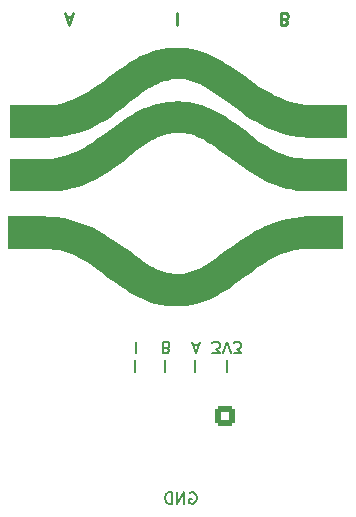
<source format=gbr>
%TF.GenerationSoftware,KiCad,Pcbnew,9.0.6*%
%TF.CreationDate,2026-02-10T13:29:08-08:00*%
%TF.ProjectId,LegEncoderBoard,4c656745-6e63-46f6-9465-72426f617264,rev?*%
%TF.SameCoordinates,Original*%
%TF.FileFunction,Legend,Bot*%
%TF.FilePolarity,Positive*%
%FSLAX46Y46*%
G04 Gerber Fmt 4.6, Leading zero omitted, Abs format (unit mm)*
G04 Created by KiCad (PCBNEW 9.0.6) date 2026-02-10 13:29:08*
%MOMM*%
%LPD*%
G01*
G04 APERTURE LIST*
G04 Aperture macros list*
%AMRoundRect*
0 Rectangle with rounded corners*
0 $1 Rounding radius*
0 $2 $3 $4 $5 $6 $7 $8 $9 X,Y pos of 4 corners*
0 Add a 4 corners polygon primitive as box body*
4,1,4,$2,$3,$4,$5,$6,$7,$8,$9,$2,$3,0*
0 Add four circle primitives for the rounded corners*
1,1,$1+$1,$2,$3*
1,1,$1+$1,$4,$5*
1,1,$1+$1,$6,$7*
1,1,$1+$1,$8,$9*
0 Add four rect primitives between the rounded corners*
20,1,$1+$1,$2,$3,$4,$5,0*
20,1,$1+$1,$4,$5,$6,$7,0*
20,1,$1+$1,$6,$7,$8,$9,0*
20,1,$1+$1,$8,$9,$2,$3,0*%
G04 Aperture macros list end*
%ADD10C,0.150000*%
%ADD11C,0.000000*%
%ADD12C,0.250000*%
%ADD13C,5.000000*%
%ADD14RoundRect,0.250000X-0.600000X0.600000X-0.600000X-0.600000X0.600000X-0.600000X0.600000X0.600000X0*%
%ADD15C,1.700000*%
G04 APERTURE END LIST*
D10*
X151255952Y-121343750D02*
X151255952Y-120356250D01*
X143466429Y-121343750D02*
X143466429Y-120356250D01*
D11*
G36*
X147247831Y-93908130D02*
G01*
X147468797Y-93918998D01*
X147685151Y-93936804D01*
X147897066Y-93961295D01*
X148104719Y-93992221D01*
X148308282Y-94029328D01*
X148703840Y-94121079D01*
X149085135Y-94234535D01*
X149453562Y-94367679D01*
X149810517Y-94518497D01*
X150157395Y-94684972D01*
X150495591Y-94865091D01*
X150826501Y-95056836D01*
X151151520Y-95258193D01*
X151472043Y-95467147D01*
X152737083Y-96338618D01*
X153985583Y-97195207D01*
X154298096Y-97397727D01*
X154614175Y-97592495D01*
X154935525Y-97777962D01*
X155263852Y-97952576D01*
X155600860Y-98114789D01*
X155948256Y-98263048D01*
X156307744Y-98395805D01*
X156681030Y-98511509D01*
X157069819Y-98608609D01*
X157475817Y-98685555D01*
X157900729Y-98740797D01*
X158346260Y-98772785D01*
X161415428Y-98772785D01*
X161415428Y-101524452D01*
X158346260Y-101524452D01*
X158042066Y-101519252D01*
X157744538Y-101503937D01*
X157453522Y-101478932D01*
X157168862Y-101444664D01*
X156890403Y-101401559D01*
X156617991Y-101350044D01*
X156351469Y-101290545D01*
X156090684Y-101223489D01*
X155835479Y-101149301D01*
X155585701Y-101068408D01*
X155101802Y-100888212D01*
X154637748Y-100686312D01*
X154192296Y-100466119D01*
X153764209Y-100231043D01*
X153352244Y-99984495D01*
X152955162Y-99729885D01*
X152571723Y-99470624D01*
X151149589Y-98455286D01*
X150642538Y-98069573D01*
X150149131Y-97711145D01*
X149905605Y-97544489D01*
X149663165Y-97387444D01*
X149421035Y-97240941D01*
X149178440Y-97105911D01*
X148934605Y-96983282D01*
X148688755Y-96873987D01*
X148440114Y-96778954D01*
X148187908Y-96699114D01*
X147931360Y-96635397D01*
X147669697Y-96588733D01*
X147402142Y-96560052D01*
X147127921Y-96550285D01*
X146872303Y-96558890D01*
X146620871Y-96584392D01*
X146372849Y-96626327D01*
X146127463Y-96684231D01*
X145883938Y-96757637D01*
X145641497Y-96846081D01*
X145399367Y-96949098D01*
X145156772Y-97066223D01*
X144912937Y-97196990D01*
X144667086Y-97340935D01*
X144418444Y-97497592D01*
X144166237Y-97666497D01*
X143909689Y-97847183D01*
X143648024Y-98039187D01*
X143106246Y-98455286D01*
X142415021Y-99012564D01*
X141684109Y-99559921D01*
X141300670Y-99823677D01*
X140903588Y-100077512D01*
X140491624Y-100318944D01*
X140063537Y-100545494D01*
X139618087Y-100754680D01*
X139154033Y-100944022D01*
X138670135Y-101111041D01*
X138165154Y-101253254D01*
X137637848Y-101368183D01*
X137086978Y-101453345D01*
X136511303Y-101506262D01*
X135909583Y-101524452D01*
X132840415Y-101524452D01*
X132840415Y-98772785D01*
X135909583Y-98772785D01*
X136106790Y-98769107D01*
X136301574Y-98758238D01*
X136493994Y-98740433D01*
X136684108Y-98715941D01*
X137057651Y-98647909D01*
X137422667Y-98556158D01*
X137779621Y-98442702D01*
X138128979Y-98309558D01*
X138471206Y-98158740D01*
X138806767Y-97992265D01*
X139136126Y-97812146D01*
X139459750Y-97620401D01*
X139778102Y-97419044D01*
X140091648Y-97210090D01*
X140706183Y-96777455D01*
X141307075Y-96338618D01*
X141938975Y-95869396D01*
X142572116Y-95422499D01*
X142892640Y-95211297D01*
X143217659Y-95010327D01*
X143548569Y-94821140D01*
X143886766Y-94645285D01*
X144233644Y-94484313D01*
X144590599Y-94339774D01*
X144959027Y-94213218D01*
X145340321Y-94106196D01*
X145735879Y-94020258D01*
X146147094Y-93956955D01*
X146575362Y-93917836D01*
X147022079Y-93904451D01*
X147247831Y-93908130D01*
G37*
D10*
X148546429Y-121343750D02*
X148546429Y-120356250D01*
D11*
G36*
X136107935Y-108196847D02*
G01*
X136405462Y-108211278D01*
X136696478Y-108234855D01*
X136981138Y-108267192D01*
X137259597Y-108307900D01*
X137532010Y-108356592D01*
X137798531Y-108412880D01*
X138059317Y-108476378D01*
X138564299Y-108623449D01*
X139048198Y-108794704D01*
X139512253Y-108987044D01*
X139957704Y-109197367D01*
X140385792Y-109422572D01*
X140797756Y-109659560D01*
X141194838Y-109905230D01*
X141578277Y-110156481D01*
X142309188Y-110663324D01*
X143000411Y-111155284D01*
X143507460Y-111540997D01*
X144000867Y-111899424D01*
X144244392Y-112066080D01*
X144486832Y-112223125D01*
X144728962Y-112369628D01*
X144971557Y-112504658D01*
X145215392Y-112627286D01*
X145461243Y-112736582D01*
X145709885Y-112831615D01*
X145962092Y-112911455D01*
X146218639Y-112975172D01*
X146480303Y-113021836D01*
X146747858Y-113050516D01*
X147022079Y-113060283D01*
X147277697Y-113051679D01*
X147529130Y-113026176D01*
X147777151Y-112984241D01*
X148022537Y-112926337D01*
X148266063Y-112852931D01*
X148508503Y-112764487D01*
X148750633Y-112661470D01*
X148993227Y-112544345D01*
X149237062Y-112413578D01*
X149482913Y-112269634D01*
X149731554Y-112112977D01*
X149983760Y-111944072D01*
X150240308Y-111763386D01*
X150501971Y-111571382D01*
X151043746Y-111155284D01*
X151734556Y-110667666D01*
X152462573Y-110171365D01*
X152842860Y-109926548D01*
X153235239Y-109687467D01*
X153640640Y-109456758D01*
X154059994Y-109237055D01*
X154494231Y-109030996D01*
X154944281Y-108841214D01*
X155411073Y-108670346D01*
X155895540Y-108521026D01*
X156398609Y-108395892D01*
X156921212Y-108297577D01*
X157464279Y-108228719D01*
X158028739Y-108191951D01*
X161097907Y-108191951D01*
X161097907Y-110943618D01*
X158028739Y-110943618D01*
X157831532Y-110947297D01*
X157636747Y-110958165D01*
X157444327Y-110975971D01*
X157254213Y-111000462D01*
X156880669Y-111068494D01*
X156515653Y-111160245D01*
X156158698Y-111273701D01*
X155809340Y-111406845D01*
X155467113Y-111557663D01*
X155131552Y-111724138D01*
X154802193Y-111904256D01*
X154478569Y-112096002D01*
X154160217Y-112297359D01*
X153846670Y-112506312D01*
X153232134Y-112938947D01*
X152631240Y-113377784D01*
X151999342Y-113847005D01*
X151366203Y-114293903D01*
X151045681Y-114505104D01*
X150720662Y-114706074D01*
X150389752Y-114895261D01*
X150051555Y-115071116D01*
X149704677Y-115232088D01*
X149347721Y-115376627D01*
X148979294Y-115503183D01*
X148597998Y-115610205D01*
X148202440Y-115696143D01*
X147791224Y-115759446D01*
X147362954Y-115798566D01*
X146916236Y-115811950D01*
X146690184Y-115808271D01*
X146468357Y-115797403D01*
X146250638Y-115779597D01*
X146036911Y-115755106D01*
X145827059Y-115724181D01*
X145620967Y-115687074D01*
X145219597Y-115595322D01*
X144831869Y-115481867D01*
X144456853Y-115348723D01*
X144093620Y-115197905D01*
X143741239Y-115031430D01*
X143398780Y-114851311D01*
X143065312Y-114659566D01*
X142739906Y-114458209D01*
X142421631Y-114249255D01*
X141802754Y-113816620D01*
X141201240Y-113377784D01*
X140578641Y-112908562D01*
X139970926Y-112461665D01*
X139667999Y-112250463D01*
X139363211Y-112049494D01*
X139054703Y-111860306D01*
X138740613Y-111684451D01*
X138419083Y-111523479D01*
X138088250Y-111378940D01*
X137746256Y-111252385D01*
X137391239Y-111145363D01*
X137021340Y-111059425D01*
X136634697Y-110996121D01*
X136229451Y-110957002D01*
X135803741Y-110943618D01*
X132734573Y-110943618D01*
X132734573Y-108191951D01*
X135803741Y-108191951D01*
X136107935Y-108196847D01*
G37*
G36*
X147248132Y-98458964D02*
G01*
X147469960Y-98469832D01*
X147687679Y-98487638D01*
X147901407Y-98512129D01*
X148111259Y-98543054D01*
X148317351Y-98580161D01*
X148718723Y-98671913D01*
X149106451Y-98785368D01*
X149481468Y-98918513D01*
X149844701Y-99069330D01*
X150197083Y-99235806D01*
X150539543Y-99415924D01*
X150873011Y-99607669D01*
X151198417Y-99809027D01*
X151516692Y-100017980D01*
X152135569Y-100450616D01*
X152737083Y-100889452D01*
X153364433Y-101389059D01*
X153674931Y-101624988D01*
X153985583Y-101850220D01*
X154298096Y-102063669D01*
X154614175Y-102264251D01*
X154935525Y-102450880D01*
X155263852Y-102622472D01*
X155600860Y-102777940D01*
X155948256Y-102916200D01*
X156307744Y-103036167D01*
X156681030Y-103136755D01*
X157069819Y-103216879D01*
X157475817Y-103275455D01*
X157900729Y-103311396D01*
X158346260Y-103323617D01*
X161415428Y-103323617D01*
X161415428Y-106075284D01*
X158346260Y-106075284D01*
X158042066Y-106070084D01*
X157744538Y-106054769D01*
X157453522Y-106029764D01*
X157168862Y-105995496D01*
X156890403Y-105952391D01*
X156617991Y-105900876D01*
X156351469Y-105841377D01*
X156090684Y-105774321D01*
X155835479Y-105700133D01*
X155585701Y-105619240D01*
X155101802Y-105439044D01*
X154637748Y-105237144D01*
X154192296Y-105016951D01*
X153764209Y-104781875D01*
X153352244Y-104535327D01*
X152955162Y-104280717D01*
X152571723Y-104021457D01*
X151149589Y-103006118D01*
X150642538Y-102620405D01*
X150149131Y-102261978D01*
X149905605Y-102095321D01*
X149663165Y-101938277D01*
X149421035Y-101791774D01*
X149178440Y-101656743D01*
X148934605Y-101534115D01*
X148688755Y-101424819D01*
X148440114Y-101329786D01*
X148187908Y-101249946D01*
X147931360Y-101186229D01*
X147669697Y-101139565D01*
X147402142Y-101110885D01*
X147127921Y-101101118D01*
X146872303Y-101109722D01*
X146620871Y-101135225D01*
X146372849Y-101177160D01*
X146127463Y-101235063D01*
X145883938Y-101308470D01*
X145641497Y-101396914D01*
X145399367Y-101499931D01*
X145156772Y-101617056D01*
X144912937Y-101747823D01*
X144667086Y-101891767D01*
X144418444Y-102048425D01*
X144166237Y-102217329D01*
X143909689Y-102398016D01*
X143648024Y-102590019D01*
X143106246Y-103006118D01*
X142415021Y-103563396D01*
X141684109Y-104110753D01*
X141300670Y-104374510D01*
X140903588Y-104628344D01*
X140491624Y-104869776D01*
X140063537Y-105096326D01*
X139618087Y-105305512D01*
X139154033Y-105494854D01*
X138670135Y-105661873D01*
X138165154Y-105804086D01*
X137637848Y-105919015D01*
X137086978Y-106004177D01*
X136511303Y-106057094D01*
X135909583Y-106075284D01*
X132840415Y-106075284D01*
X132840415Y-103323618D01*
X135909583Y-103323618D01*
X136106790Y-103319939D01*
X136301574Y-103309071D01*
X136493994Y-103291265D01*
X136684108Y-103266774D01*
X137057651Y-103198742D01*
X137422667Y-103106990D01*
X137779621Y-102993535D01*
X138128979Y-102860391D01*
X138471206Y-102709573D01*
X138806767Y-102543097D01*
X139136126Y-102362979D01*
X139459750Y-102171234D01*
X139778102Y-101969877D01*
X140091648Y-101760923D01*
X140706183Y-101328288D01*
X141307075Y-100889452D01*
X141938975Y-100420230D01*
X142572116Y-99973332D01*
X142892640Y-99762130D01*
X143217659Y-99561161D01*
X143548569Y-99371973D01*
X143886766Y-99196118D01*
X144233644Y-99035146D01*
X144590599Y-98890607D01*
X144959027Y-98764052D01*
X145340321Y-98657030D01*
X145735879Y-98571092D01*
X146147094Y-98507788D01*
X146575362Y-98468669D01*
X147022079Y-98455285D01*
X147248132Y-98458964D01*
G37*
D10*
X146006429Y-121343750D02*
X146006429Y-120356250D01*
X148345589Y-119065895D02*
X148821779Y-119065895D01*
X148250351Y-118780180D02*
X148583684Y-119780180D01*
X148583684Y-119780180D02*
X148917017Y-118780180D01*
X148089411Y-131567438D02*
X148184649Y-131519819D01*
X148184649Y-131519819D02*
X148327506Y-131519819D01*
X148327506Y-131519819D02*
X148470363Y-131567438D01*
X148470363Y-131567438D02*
X148565601Y-131662676D01*
X148565601Y-131662676D02*
X148613220Y-131757914D01*
X148613220Y-131757914D02*
X148660839Y-131948390D01*
X148660839Y-131948390D02*
X148660839Y-132091247D01*
X148660839Y-132091247D02*
X148613220Y-132281723D01*
X148613220Y-132281723D02*
X148565601Y-132376961D01*
X148565601Y-132376961D02*
X148470363Y-132472200D01*
X148470363Y-132472200D02*
X148327506Y-132519819D01*
X148327506Y-132519819D02*
X148232268Y-132519819D01*
X148232268Y-132519819D02*
X148089411Y-132472200D01*
X148089411Y-132472200D02*
X148041792Y-132424580D01*
X148041792Y-132424580D02*
X148041792Y-132091247D01*
X148041792Y-132091247D02*
X148232268Y-132091247D01*
X147613220Y-132519819D02*
X147613220Y-131519819D01*
X147613220Y-131519819D02*
X147041792Y-132519819D01*
X147041792Y-132519819D02*
X147041792Y-131519819D01*
X146565601Y-132519819D02*
X146565601Y-131519819D01*
X146565601Y-131519819D02*
X146327506Y-131519819D01*
X146327506Y-131519819D02*
X146184649Y-131567438D01*
X146184649Y-131567438D02*
X146089411Y-131662676D01*
X146089411Y-131662676D02*
X146041792Y-131757914D01*
X146041792Y-131757914D02*
X145994173Y-131948390D01*
X145994173Y-131948390D02*
X145994173Y-132091247D01*
X145994173Y-132091247D02*
X146041792Y-132281723D01*
X146041792Y-132281723D02*
X146089411Y-132376961D01*
X146089411Y-132376961D02*
X146184649Y-132472200D01*
X146184649Y-132472200D02*
X146327506Y-132519819D01*
X146327506Y-132519819D02*
X146565601Y-132519819D01*
X146115112Y-119303990D02*
X146257969Y-119256371D01*
X146257969Y-119256371D02*
X146305588Y-119208752D01*
X146305588Y-119208752D02*
X146353207Y-119113514D01*
X146353207Y-119113514D02*
X146353207Y-118970657D01*
X146353207Y-118970657D02*
X146305588Y-118875419D01*
X146305588Y-118875419D02*
X146257969Y-118827800D01*
X146257969Y-118827800D02*
X146162731Y-118780180D01*
X146162731Y-118780180D02*
X145781779Y-118780180D01*
X145781779Y-118780180D02*
X145781779Y-119780180D01*
X145781779Y-119780180D02*
X146115112Y-119780180D01*
X146115112Y-119780180D02*
X146210350Y-119732561D01*
X146210350Y-119732561D02*
X146257969Y-119684942D01*
X146257969Y-119684942D02*
X146305588Y-119589704D01*
X146305588Y-119589704D02*
X146305588Y-119494466D01*
X146305588Y-119494466D02*
X146257969Y-119399228D01*
X146257969Y-119399228D02*
X146210350Y-119351609D01*
X146210350Y-119351609D02*
X146115112Y-119303990D01*
X146115112Y-119303990D02*
X145781779Y-119303990D01*
X149991541Y-119780180D02*
X150610588Y-119780180D01*
X150610588Y-119780180D02*
X150277255Y-119399228D01*
X150277255Y-119399228D02*
X150420112Y-119399228D01*
X150420112Y-119399228D02*
X150515350Y-119351609D01*
X150515350Y-119351609D02*
X150562969Y-119303990D01*
X150562969Y-119303990D02*
X150610588Y-119208752D01*
X150610588Y-119208752D02*
X150610588Y-118970657D01*
X150610588Y-118970657D02*
X150562969Y-118875419D01*
X150562969Y-118875419D02*
X150515350Y-118827800D01*
X150515350Y-118827800D02*
X150420112Y-118780180D01*
X150420112Y-118780180D02*
X150134398Y-118780180D01*
X150134398Y-118780180D02*
X150039160Y-118827800D01*
X150039160Y-118827800D02*
X149991541Y-118875419D01*
X150896303Y-119780180D02*
X151229636Y-118780180D01*
X151229636Y-118780180D02*
X151562969Y-119780180D01*
X151801065Y-119780180D02*
X152420112Y-119780180D01*
X152420112Y-119780180D02*
X152086779Y-119399228D01*
X152086779Y-119399228D02*
X152229636Y-119399228D01*
X152229636Y-119399228D02*
X152324874Y-119351609D01*
X152324874Y-119351609D02*
X152372493Y-119303990D01*
X152372493Y-119303990D02*
X152420112Y-119208752D01*
X152420112Y-119208752D02*
X152420112Y-118970657D01*
X152420112Y-118970657D02*
X152372493Y-118875419D01*
X152372493Y-118875419D02*
X152324874Y-118827800D01*
X152324874Y-118827800D02*
X152229636Y-118780180D01*
X152229636Y-118780180D02*
X151943922Y-118780180D01*
X151943922Y-118780180D02*
X151848684Y-118827800D01*
X151848684Y-118827800D02*
X151801065Y-118875419D01*
X143503684Y-118780180D02*
X143503684Y-119780180D01*
D12*
X137604949Y-91268595D02*
X138081139Y-91268595D01*
X137509711Y-90982880D02*
X137843044Y-91982880D01*
X137843044Y-91982880D02*
X138176377Y-90982880D01*
X146964473Y-90982880D02*
X146964473Y-91982880D01*
X156160901Y-91506690D02*
X156303758Y-91459071D01*
X156303758Y-91459071D02*
X156351377Y-91411452D01*
X156351377Y-91411452D02*
X156398996Y-91316214D01*
X156398996Y-91316214D02*
X156398996Y-91173357D01*
X156398996Y-91173357D02*
X156351377Y-91078119D01*
X156351377Y-91078119D02*
X156303758Y-91030500D01*
X156303758Y-91030500D02*
X156208520Y-90982880D01*
X156208520Y-90982880D02*
X155827568Y-90982880D01*
X155827568Y-90982880D02*
X155827568Y-91982880D01*
X155827568Y-91982880D02*
X156160901Y-91982880D01*
X156160901Y-91982880D02*
X156256139Y-91935261D01*
X156256139Y-91935261D02*
X156303758Y-91887642D01*
X156303758Y-91887642D02*
X156351377Y-91792404D01*
X156351377Y-91792404D02*
X156351377Y-91697166D01*
X156351377Y-91697166D02*
X156303758Y-91601928D01*
X156303758Y-91601928D02*
X156256139Y-91554309D01*
X156256139Y-91554309D02*
X156160901Y-91506690D01*
X156160901Y-91506690D02*
X155827568Y-91506690D01*
%LPC*%
D13*
%TO.C,H2*%
X168083100Y-83858200D03*
%TD*%
%TO.C,H1*%
X126083100Y-83858200D03*
%TD*%
D14*
%TO.C,J1*%
X151100000Y-125105700D03*
D15*
X151100000Y-127645700D03*
X148560000Y-125105700D03*
X148560000Y-127645700D03*
X146020000Y-125105700D03*
X146020000Y-127645700D03*
X143480000Y-125105700D03*
X143480000Y-127645700D03*
%TD*%
D13*
%TO.C,H4*%
X168083100Y-125858200D03*
%TD*%
%TO.C,H3*%
X126083100Y-125858200D03*
%TD*%
%LPD*%
M02*

</source>
